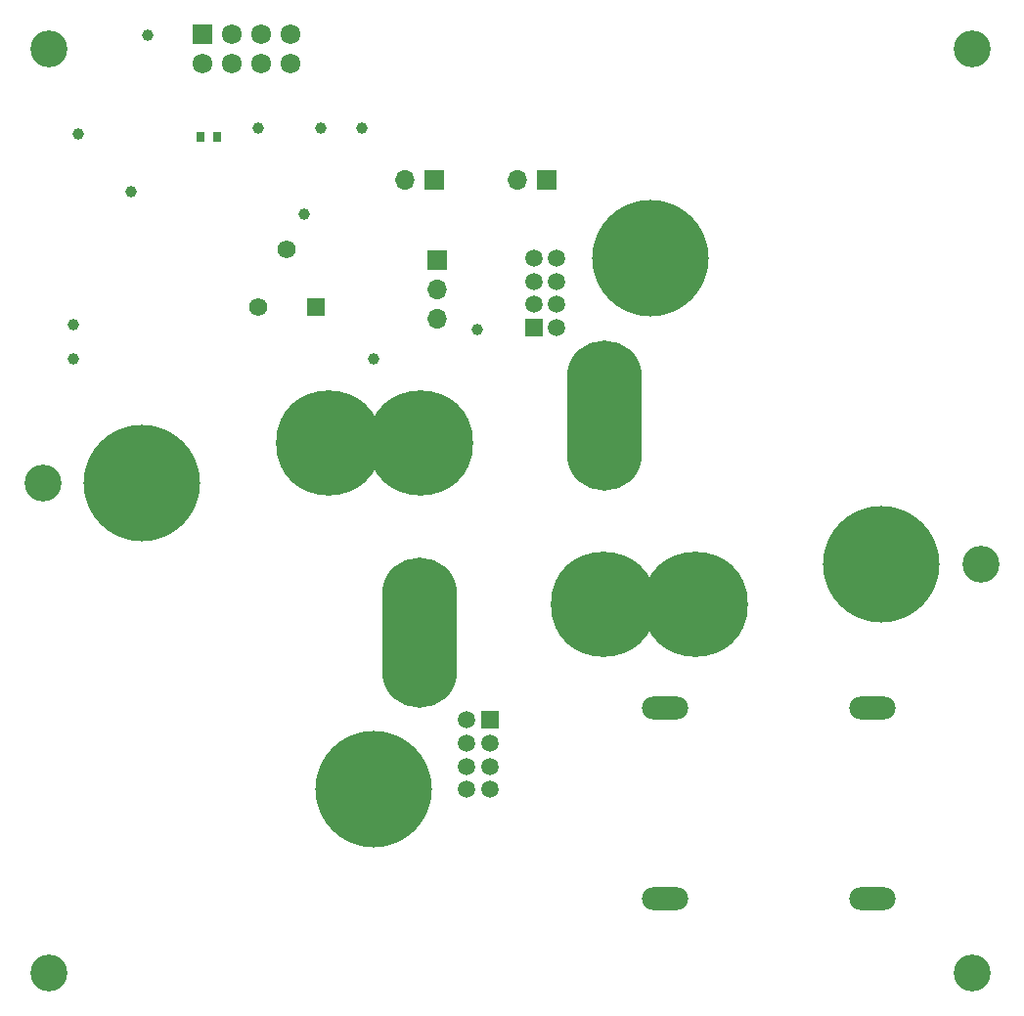
<source format=gbr>
%TF.GenerationSoftware,KiCad,Pcbnew,8.0.4*%
%TF.CreationDate,2024-08-22T00:26:23+05:30*%
%TF.ProjectId,sanket 4.0,73616e6b-6574-4203-942e-302e6b696361,rev?*%
%TF.SameCoordinates,Original*%
%TF.FileFunction,Soldermask,Bot*%
%TF.FilePolarity,Negative*%
%FSLAX46Y46*%
G04 Gerber Fmt 4.6, Leading zero omitted, Abs format (unit mm)*
G04 Created by KiCad (PCBNEW 8.0.4) date 2024-08-22 00:26:23*
%MOMM*%
%LPD*%
G01*
G04 APERTURE LIST*
%ADD10O,4.000000X2.000000*%
%ADD11R,1.720000X1.720000*%
%ADD12C,1.720000*%
%ADD13C,3.200000*%
%ADD14R,1.700000X1.700000*%
%ADD15O,1.700000X1.700000*%
%ADD16R,1.560000X1.560000*%
%ADD17C,1.560000*%
%ADD18C,10.100000*%
%ADD19C,9.100000*%
%ADD20O,6.500000X13.000000*%
%ADD21R,1.490000X1.490000*%
%ADD22C,1.490000*%
%ADD23C,1.000000*%
%ADD24R,0.650000X0.900000*%
G04 APERTURE END LIST*
D10*
%TO.C,MISC1*%
X176543300Y-126094400D03*
X176543300Y-109594400D03*
X158543300Y-126094400D03*
X158543300Y-109594400D03*
%TD*%
D11*
%TO.C,J4*%
X118504500Y-51263600D03*
D12*
X118504500Y-53803600D03*
X121044500Y-51263600D03*
X121044500Y-53803600D03*
X123584500Y-51263600D03*
X123584500Y-53803600D03*
X126124500Y-51263600D03*
X126124500Y-53803600D03*
%TD*%
D13*
%TO.C,H1*%
X105181900Y-132598600D03*
%TD*%
%TO.C,H2*%
X185181900Y-52598600D03*
%TD*%
D14*
%TO.C,J3*%
X138576100Y-63898600D03*
D15*
X136036100Y-63898600D03*
%TD*%
D13*
%TO.C,H3*%
X185181900Y-132598600D03*
%TD*%
D14*
%TO.C,J1*%
X138801100Y-70873600D03*
D15*
X138801100Y-73413600D03*
X138801100Y-75953600D03*
%TD*%
D16*
%TO.C,RV1*%
X128301100Y-74906421D03*
D17*
X125801100Y-69906421D03*
X123301100Y-74906421D03*
%TD*%
D13*
%TO.C,DEPLOYER2*%
X104701100Y-90175485D03*
D18*
X113301100Y-90175485D03*
D19*
X129401100Y-86675485D03*
D18*
X133301100Y-116675485D03*
D20*
X137301100Y-103075485D03*
D19*
X137401100Y-86675485D03*
D21*
X143401100Y-110675485D03*
D22*
X141401100Y-110675485D03*
X143401100Y-112675485D03*
X141401100Y-112675485D03*
X143401100Y-114675485D03*
X141401100Y-114675485D03*
X143401100Y-116675485D03*
X141401100Y-116675485D03*
%TD*%
D13*
%TO.C,H5*%
X105181900Y-52598600D03*
%TD*%
%TO.C,DEPLOYER1*%
X185901100Y-97175485D03*
D18*
X177301100Y-97175485D03*
D19*
X161201100Y-100675485D03*
D18*
X157301100Y-70675485D03*
D20*
X153301100Y-84275485D03*
D19*
X153201100Y-100675485D03*
D21*
X147201100Y-76675485D03*
D22*
X149201100Y-76675485D03*
X147201100Y-74675485D03*
X149201100Y-74675485D03*
X147201100Y-72675485D03*
X149201100Y-72675485D03*
X147201100Y-70675485D03*
X149201100Y-70675485D03*
%TD*%
D14*
%TO.C,DIR_PW1*%
X148301100Y-63898600D03*
D15*
X145761100Y-63898600D03*
%TD*%
D23*
%TO.C,TP9*%
X127301100Y-66898600D03*
%TD*%
%TO.C,TP5*%
X107301100Y-76398600D03*
%TD*%
D24*
%TO.C,R2*%
X119801100Y-60195203D03*
X118351100Y-60195203D03*
%TD*%
D23*
%TO.C,TP8*%
X133301100Y-79398600D03*
%TD*%
%TO.C,TP4*%
X107301100Y-79398600D03*
%TD*%
%TO.C,TP3*%
X128801100Y-59398600D03*
%TD*%
%TO.C,TP7*%
X112301100Y-64898600D03*
%TD*%
%TO.C,TP6*%
X107801100Y-59898600D03*
%TD*%
%TO.C,TP10*%
X132301100Y-59398600D03*
%TD*%
%TO.C,TP11*%
X113801100Y-51398600D03*
%TD*%
%TO.C,TP2*%
X123301100Y-59398600D03*
%TD*%
%TO.C,TP1*%
X142301100Y-76898600D03*
%TD*%
M02*

</source>
